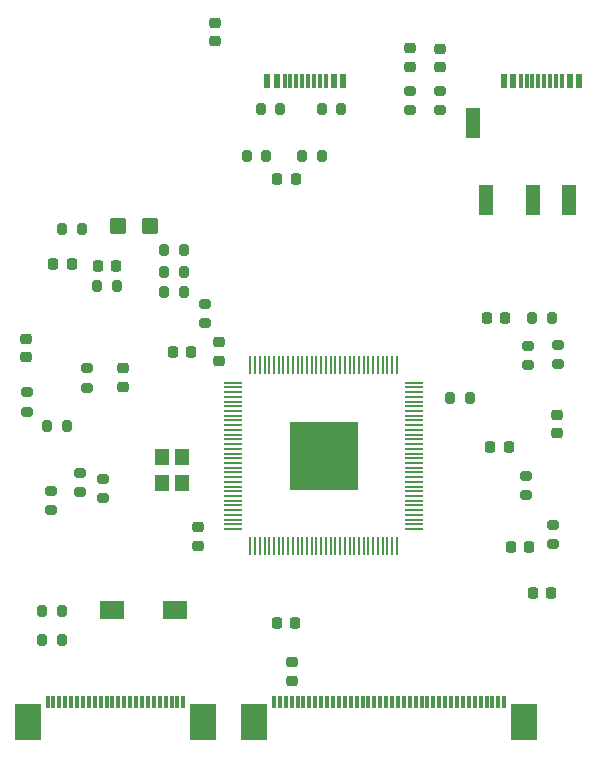
<source format=gbr>
%TF.GenerationSoftware,KiCad,Pcbnew,8.0.3-8.0.3-0~ubuntu24.04.1*%
%TF.CreationDate,2024-07-16T09:03:33+03:00*%
%TF.ProjectId,displinux,64697370-6c69-46e7-9578-2e6b69636164,rev?*%
%TF.SameCoordinates,Original*%
%TF.FileFunction,Paste,Top*%
%TF.FilePolarity,Positive*%
%FSLAX46Y46*%
G04 Gerber Fmt 4.6, Leading zero omitted, Abs format (unit mm)*
G04 Created by KiCad (PCBNEW 8.0.3-8.0.3-0~ubuntu24.04.1) date 2024-07-16 09:03:33*
%MOMM*%
%LPD*%
G01*
G04 APERTURE LIST*
G04 Aperture macros list*
%AMRoundRect*
0 Rectangle with rounded corners*
0 $1 Rounding radius*
0 $2 $3 $4 $5 $6 $7 $8 $9 X,Y pos of 4 corners*
0 Add a 4 corners polygon primitive as box body*
4,1,4,$2,$3,$4,$5,$6,$7,$8,$9,$2,$3,0*
0 Add four circle primitives for the rounded corners*
1,1,$1+$1,$2,$3*
1,1,$1+$1,$4,$5*
1,1,$1+$1,$6,$7*
1,1,$1+$1,$8,$9*
0 Add four rect primitives between the rounded corners*
20,1,$1+$1,$2,$3,$4,$5,0*
20,1,$1+$1,$4,$5,$6,$7,0*
20,1,$1+$1,$6,$7,$8,$9,0*
20,1,$1+$1,$8,$9,$2,$3,0*%
G04 Aperture macros list end*
%ADD10RoundRect,0.200000X-0.200000X-0.275000X0.200000X-0.275000X0.200000X0.275000X-0.200000X0.275000X0*%
%ADD11RoundRect,0.225000X-0.225000X-0.250000X0.225000X-0.250000X0.225000X0.250000X-0.225000X0.250000X0*%
%ADD12RoundRect,0.200000X0.275000X-0.200000X0.275000X0.200000X-0.275000X0.200000X-0.275000X-0.200000X0*%
%ADD13RoundRect,0.250000X-0.450000X-0.425000X0.450000X-0.425000X0.450000X0.425000X-0.450000X0.425000X0*%
%ADD14R,0.300000X1.100000*%
%ADD15R,2.300000X3.100000*%
%ADD16RoundRect,0.200000X-0.275000X0.200000X-0.275000X-0.200000X0.275000X-0.200000X0.275000X0.200000X0*%
%ADD17RoundRect,0.218750X-0.256250X0.218750X-0.256250X-0.218750X0.256250X-0.218750X0.256250X0.218750X0*%
%ADD18R,0.600000X1.240000*%
%ADD19R,0.300000X1.240000*%
%ADD20R,1.200000X1.400000*%
%ADD21RoundRect,0.200000X0.200000X0.275000X-0.200000X0.275000X-0.200000X-0.275000X0.200000X-0.275000X0*%
%ADD22RoundRect,0.225000X0.225000X0.250000X-0.225000X0.250000X-0.225000X-0.250000X0.225000X-0.250000X0*%
%ADD23RoundRect,0.062500X-0.675000X-0.062500X0.675000X-0.062500X0.675000X0.062500X-0.675000X0.062500X0*%
%ADD24RoundRect,0.062500X-0.062500X-0.675000X0.062500X-0.675000X0.062500X0.675000X-0.062500X0.675000X0*%
%ADD25RoundRect,0.225000X-0.250000X0.225000X-0.250000X-0.225000X0.250000X-0.225000X0.250000X0.225000X0*%
%ADD26R,5.730000X5.730000*%
%ADD27R,1.200000X2.500000*%
%ADD28R,2.000000X1.600000*%
%ADD29RoundRect,0.225000X0.250000X-0.225000X0.250000X0.225000X-0.250000X0.225000X-0.250000X-0.225000X0*%
G04 APERTURE END LIST*
D10*
%TO.C,R27*%
X232662500Y-72500000D03*
X234312500Y-72500000D03*
%TD*%
D11*
%TO.C,C35*%
X263880000Y-101480000D03*
X265430000Y-101480000D03*
%TD*%
D12*
%TO.C,R7*%
X225500000Y-93000000D03*
X225500000Y-91350000D03*
%TD*%
D13*
%TO.C,C23*%
X228730000Y-70450000D03*
X231430000Y-70450000D03*
%TD*%
D14*
%TO.C,J6*%
X222790000Y-110700000D03*
X223290000Y-110700000D03*
X223790000Y-110700000D03*
X224290000Y-110700000D03*
X224790000Y-110700000D03*
X225290000Y-110700000D03*
X225790000Y-110700000D03*
X226290000Y-110700000D03*
X226790000Y-110700000D03*
X227290000Y-110700000D03*
X227790000Y-110700000D03*
X228290000Y-110700000D03*
X228790000Y-110700000D03*
X229290000Y-110700000D03*
X229790000Y-110700000D03*
X230290000Y-110700000D03*
X230790000Y-110700000D03*
X231290000Y-110700000D03*
X231790000Y-110700000D03*
X232290000Y-110700000D03*
X232790000Y-110700000D03*
X233290000Y-110700000D03*
X233790000Y-110700000D03*
X234290000Y-110700000D03*
D15*
X221120000Y-112400000D03*
X235960000Y-112400000D03*
%TD*%
D16*
%TO.C,R44*%
X223120000Y-92875000D03*
X223120000Y-94525000D03*
%TD*%
D17*
%TO.C,D1*%
X253500000Y-55362500D03*
X253500000Y-56937500D03*
%TD*%
D18*
%TO.C,J1*%
X267800000Y-58120000D03*
X267000000Y-58120000D03*
D19*
X265850000Y-58120000D03*
X264850000Y-58120000D03*
X264350000Y-58120000D03*
X263350000Y-58120000D03*
D18*
X262200000Y-58120000D03*
X261400000Y-58120000D03*
X261400000Y-58120000D03*
X262200000Y-58120000D03*
D19*
X262850000Y-58120000D03*
X263850000Y-58120000D03*
X265350000Y-58120000D03*
X266350000Y-58120000D03*
D18*
X267000000Y-58120000D03*
X267800000Y-58120000D03*
%TD*%
D10*
%TO.C,R42*%
X244350000Y-64500000D03*
X246000000Y-64500000D03*
%TD*%
%TO.C,R28*%
X227000000Y-75500000D03*
X228650000Y-75500000D03*
%TD*%
D20*
%TO.C,Y1*%
X234200000Y-92200000D03*
X234200000Y-90000000D03*
X232500000Y-90000000D03*
X232500000Y-92200000D03*
%TD*%
D21*
%TO.C,R22*%
X234325000Y-76050000D03*
X232675000Y-76050000D03*
%TD*%
D22*
%TO.C,C55*%
X243800000Y-66500000D03*
X242250000Y-66500000D03*
%TD*%
D23*
%TO.C,U3*%
X238500000Y-83700000D03*
X238500000Y-84100000D03*
X238500000Y-84500000D03*
X238500000Y-84900000D03*
X238500000Y-85300000D03*
X238500000Y-85700000D03*
X238500000Y-86100000D03*
X238500000Y-86500000D03*
X238500000Y-86900000D03*
X238500000Y-87300000D03*
X238500000Y-87700000D03*
X238500000Y-88100000D03*
X238500000Y-88500000D03*
X238500000Y-88900000D03*
X238500000Y-89300000D03*
X238500000Y-89700000D03*
X238500000Y-90100000D03*
X238500000Y-90500000D03*
X238500000Y-90900000D03*
X238500000Y-91300000D03*
X238500000Y-91700000D03*
X238500000Y-92100000D03*
X238500000Y-92500000D03*
X238500000Y-92900000D03*
X238500000Y-93300000D03*
X238500000Y-93700000D03*
X238500000Y-94100000D03*
X238500000Y-94500000D03*
X238500000Y-94900000D03*
X238500000Y-95300000D03*
X238500000Y-95700000D03*
X238500000Y-96100000D03*
D24*
X239962500Y-97562500D03*
X240362500Y-97562500D03*
X240762500Y-97562500D03*
X241162500Y-97562500D03*
X241562500Y-97562500D03*
X241962500Y-97562500D03*
X242362500Y-97562500D03*
X242762500Y-97562500D03*
X243162500Y-97562500D03*
X243562500Y-97562500D03*
X243962500Y-97562500D03*
X244362500Y-97562500D03*
X244762500Y-97562500D03*
X245162500Y-97562500D03*
X245562500Y-97562500D03*
X245962500Y-97562500D03*
X246362500Y-97562500D03*
X246762500Y-97562500D03*
X247162500Y-97562500D03*
X247562500Y-97562500D03*
X247962500Y-97562500D03*
X248362500Y-97562500D03*
X248762500Y-97562500D03*
X249162500Y-97562500D03*
X249562500Y-97562500D03*
X249962500Y-97562500D03*
X250362500Y-97562500D03*
X250762500Y-97562500D03*
X251162500Y-97562500D03*
X251562500Y-97562500D03*
X251962500Y-97562500D03*
X252362500Y-97562500D03*
D23*
X253825000Y-96100000D03*
X253825000Y-95700000D03*
X253825000Y-95300000D03*
X253825000Y-94900000D03*
X253825000Y-94500000D03*
X253825000Y-94100000D03*
X253825000Y-93700000D03*
X253825000Y-93300000D03*
X253825000Y-92900000D03*
X253825000Y-92500000D03*
X253825000Y-92100000D03*
X253825000Y-91700000D03*
X253825000Y-91300000D03*
X253825000Y-90900000D03*
X253825000Y-90500000D03*
X253825000Y-90100000D03*
X253825000Y-89700000D03*
X253825000Y-89300000D03*
X253825000Y-88900000D03*
X253825000Y-88500000D03*
X253825000Y-88100000D03*
X253825000Y-87700000D03*
X253825000Y-87300000D03*
X253825000Y-86900000D03*
X253825000Y-86500000D03*
X253825000Y-86100000D03*
X253825000Y-85700000D03*
X253825000Y-85300000D03*
X253825000Y-84900000D03*
X253825000Y-84500000D03*
X253825000Y-84100000D03*
X253825000Y-83700000D03*
D24*
X252362500Y-82237500D03*
X251962500Y-82237500D03*
X251562500Y-82237500D03*
X251162500Y-82237500D03*
X250762500Y-82237500D03*
X250362500Y-82237500D03*
X249962500Y-82237500D03*
X249562500Y-82237500D03*
X249162500Y-82237500D03*
X248762500Y-82237500D03*
X248362500Y-82237500D03*
X247962500Y-82237500D03*
X247562500Y-82237500D03*
X247162500Y-82237500D03*
X246762500Y-82237500D03*
X246362500Y-82237500D03*
X245962500Y-82237500D03*
X245562500Y-82237500D03*
X245162500Y-82237500D03*
X244762500Y-82237500D03*
X244362500Y-82237500D03*
X243962500Y-82237500D03*
X243562500Y-82237500D03*
X243162500Y-82237500D03*
X242762500Y-82237500D03*
X242362500Y-82237500D03*
X241962500Y-82237500D03*
X241562500Y-82237500D03*
X241162500Y-82237500D03*
X240762500Y-82237500D03*
X240362500Y-82237500D03*
X239962500Y-82237500D03*
%TD*%
D25*
%TO.C,C24*%
X221000000Y-80000000D03*
X221000000Y-81550000D03*
%TD*%
D12*
%TO.C,R39*%
X263260000Y-93240000D03*
X263260000Y-91590000D03*
%TD*%
D10*
%TO.C,R26*%
X224025000Y-70700000D03*
X225675000Y-70700000D03*
%TD*%
D12*
%TO.C,R32*%
X236150000Y-78650000D03*
X236150000Y-77000000D03*
%TD*%
D11*
%TO.C,C25*%
X227030000Y-73840000D03*
X228580000Y-73840000D03*
%TD*%
%TO.C,C34*%
X262035000Y-97580000D03*
X263585000Y-97580000D03*
%TD*%
D21*
%TO.C,R36*%
X224000000Y-103000000D03*
X222350000Y-103000000D03*
%TD*%
D18*
%TO.C,J2*%
X247810000Y-58120000D03*
X247010000Y-58120000D03*
D19*
X245860000Y-58120000D03*
X244860000Y-58120000D03*
X244360000Y-58120000D03*
X243360000Y-58120000D03*
D18*
X242210000Y-58120000D03*
X241410000Y-58120000D03*
X241410000Y-58120000D03*
X242210000Y-58120000D03*
D19*
X242860000Y-58120000D03*
X243860000Y-58120000D03*
X245360000Y-58120000D03*
X246360000Y-58120000D03*
D18*
X247010000Y-58120000D03*
X247810000Y-58120000D03*
%TD*%
D26*
%TO.C,*%
X246162500Y-89900000D03*
%TD*%
D10*
%TO.C,R35*%
X222350000Y-105500000D03*
X224000000Y-105500000D03*
%TD*%
D25*
%TO.C,C18*%
X265900000Y-86450000D03*
X265900000Y-88000000D03*
%TD*%
D22*
%TO.C,C16*%
X261550000Y-78225000D03*
X260000000Y-78225000D03*
%TD*%
D27*
%TO.C,J3*%
X263900000Y-68250000D03*
X266900000Y-68250000D03*
X258800000Y-61750000D03*
X259900000Y-68250000D03*
%TD*%
D25*
%TO.C,C12*%
X237280000Y-80290000D03*
X237280000Y-81840000D03*
%TD*%
D10*
%TO.C,R30*%
X263850000Y-78225000D03*
X265500000Y-78225000D03*
%TD*%
D11*
%TO.C,C26*%
X233390000Y-81070000D03*
X234940000Y-81070000D03*
%TD*%
D25*
%TO.C,C41*%
X235500000Y-95950000D03*
X235500000Y-97500000D03*
%TD*%
D12*
%TO.C,R40*%
X265570000Y-97395000D03*
X265570000Y-95745000D03*
%TD*%
%TO.C,R10*%
X227460000Y-93505000D03*
X227460000Y-91855000D03*
%TD*%
%TO.C,R18*%
X256000000Y-60650000D03*
X256000000Y-59000000D03*
%TD*%
D17*
%TO.C,D2*%
X256000000Y-55425000D03*
X256000000Y-57000000D03*
%TD*%
D12*
%TO.C,R17*%
X253500000Y-60650000D03*
X253500000Y-59000000D03*
%TD*%
D16*
%TO.C,R25*%
X263500000Y-80575000D03*
X263500000Y-82225000D03*
%TD*%
D28*
%TO.C,RST1*%
X228220000Y-102980000D03*
X233620000Y-102980000D03*
%TD*%
D12*
%TO.C,R11*%
X221070000Y-86175000D03*
X221070000Y-84525000D03*
%TD*%
D21*
%TO.C,R33*%
X258555000Y-85030000D03*
X256905000Y-85030000D03*
%TD*%
D29*
%TO.C,C2*%
X237000000Y-54775000D03*
X237000000Y-53225000D03*
%TD*%
%TO.C,C44*%
X243520000Y-108935000D03*
X243520000Y-107385000D03*
%TD*%
D25*
%TO.C,C21*%
X229162500Y-82500000D03*
X229162500Y-84050000D03*
%TD*%
D11*
%TO.C,C45*%
X242210000Y-104080000D03*
X243760000Y-104080000D03*
%TD*%
D10*
%TO.C,R8*%
X222750000Y-87400000D03*
X224400000Y-87400000D03*
%TD*%
D12*
%TO.C,R31*%
X266000000Y-82150000D03*
X266000000Y-80500000D03*
%TD*%
D21*
%TO.C,R23*%
X234325000Y-74300000D03*
X232675000Y-74300000D03*
%TD*%
D12*
%TO.C,R24*%
X226162500Y-84150000D03*
X226162500Y-82500000D03*
%TD*%
D22*
%TO.C,C22*%
X224845000Y-73630000D03*
X223295000Y-73630000D03*
%TD*%
D21*
%TO.C,R5*%
X247650000Y-60500000D03*
X246000000Y-60500000D03*
%TD*%
D10*
%TO.C,R43*%
X239650000Y-64500000D03*
X241300000Y-64500000D03*
%TD*%
D14*
%TO.C,J8*%
X241960000Y-110700000D03*
X242460000Y-110700000D03*
X242960000Y-110700000D03*
X243460000Y-110700000D03*
X243960000Y-110700000D03*
X244460000Y-110700000D03*
X244960000Y-110700000D03*
X245460000Y-110700000D03*
X245960000Y-110700000D03*
X246460000Y-110700000D03*
X246960000Y-110700000D03*
X247460000Y-110700000D03*
X247960000Y-110700000D03*
X248460000Y-110700000D03*
X248960000Y-110700000D03*
X249460000Y-110700000D03*
X249960000Y-110700000D03*
X250460000Y-110700000D03*
X250960000Y-110700000D03*
X251460000Y-110700000D03*
X251960000Y-110700000D03*
X252460000Y-110700000D03*
X252960000Y-110700000D03*
X253460000Y-110700000D03*
X253960000Y-110700000D03*
X254460000Y-110700000D03*
X254960000Y-110700000D03*
X255460000Y-110700000D03*
X255960000Y-110700000D03*
X256460000Y-110700000D03*
X256960000Y-110700000D03*
X257460000Y-110700000D03*
X257960000Y-110700000D03*
X258460000Y-110700000D03*
X258960000Y-110700000D03*
X259460000Y-110700000D03*
X259960000Y-110700000D03*
X260460000Y-110700000D03*
X260960000Y-110700000D03*
X261460000Y-110700000D03*
D15*
X240290000Y-112400000D03*
X263130000Y-112400000D03*
%TD*%
D11*
%TO.C,C32*%
X260275000Y-89150000D03*
X261825000Y-89150000D03*
%TD*%
D10*
%TO.C,R6*%
X240850000Y-60500000D03*
X242500000Y-60500000D03*
%TD*%
M02*

</source>
